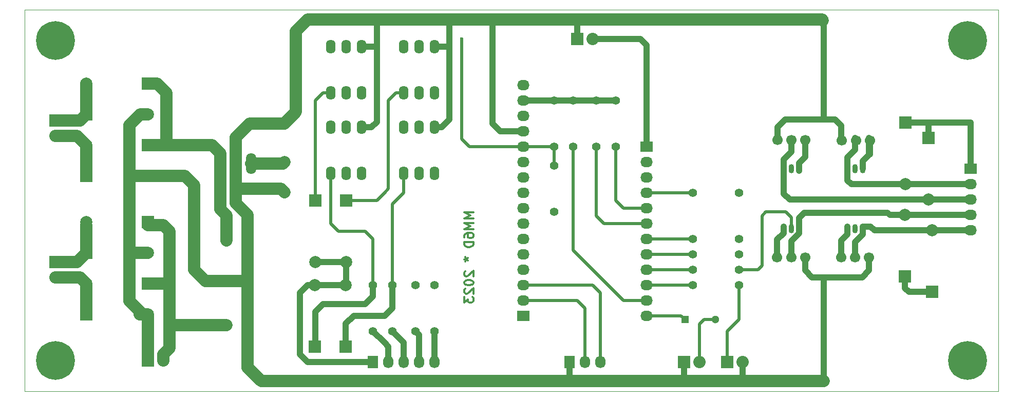
<source format=gbr>
G04 #@! TF.GenerationSoftware,KiCad,Pcbnew,5.1.5+dfsg1-2build2*
G04 #@! TF.CreationDate,2024-04-23T22:36:46+02:00*
G04 #@! TF.ProjectId,mainboard,6d61696e-626f-4617-9264-2e6b69636164,231006*
G04 #@! TF.SameCoordinates,Original*
G04 #@! TF.FileFunction,Copper,L2,Bot*
G04 #@! TF.FilePolarity,Positive*
%FSLAX46Y46*%
G04 Gerber Fmt 4.6, Leading zero omitted, Abs format (unit mm)*
G04 Created by KiCad (PCBNEW 5.1.5+dfsg1-2build2) date 2024-04-23 22:36:46*
%MOMM*%
%LPD*%
G04 APERTURE LIST*
%ADD10C,0.300000*%
%ADD11C,0.100000*%
%ADD12R,1.300000X1.300000*%
%ADD13C,1.300000*%
%ADD14R,2.032000X2.032000*%
%ADD15O,2.032000X2.032000*%
%ADD16C,1.397000*%
%ADD17R,1.727200X2.032000*%
%ADD18O,1.727200X2.032000*%
%ADD19R,2.032000X1.727200*%
%ADD20O,2.032000X1.727200*%
%ADD21C,1.998980*%
%ADD22R,1.998980X1.998980*%
%ADD23O,1.699260X3.500120*%
%ADD24O,1.600000X2.300000*%
%ADD25O,0.899160X1.501140*%
%ADD26C,1.699260*%
%ADD27C,6.400000*%
%ADD28C,0.600000*%
%ADD29C,0.500000*%
%ADD30C,1.000000*%
%ADD31C,2.000000*%
G04 APERTURE END LIST*
D10*
X148760571Y-101319142D02*
X147260571Y-101319142D01*
X148332000Y-101819142D01*
X147260571Y-102319142D01*
X148760571Y-102319142D01*
X148760571Y-103033428D02*
X147260571Y-103033428D01*
X148332000Y-103533428D01*
X147260571Y-104033428D01*
X148760571Y-104033428D01*
X147260571Y-105390571D02*
X147260571Y-105104857D01*
X147332000Y-104962000D01*
X147403428Y-104890571D01*
X147617714Y-104747714D01*
X147903428Y-104676285D01*
X148474857Y-104676285D01*
X148617714Y-104747714D01*
X148689142Y-104819142D01*
X148760571Y-104962000D01*
X148760571Y-105247714D01*
X148689142Y-105390571D01*
X148617714Y-105462000D01*
X148474857Y-105533428D01*
X148117714Y-105533428D01*
X147974857Y-105462000D01*
X147903428Y-105390571D01*
X147832000Y-105247714D01*
X147832000Y-104962000D01*
X147903428Y-104819142D01*
X147974857Y-104747714D01*
X148117714Y-104676285D01*
X148760571Y-106176285D02*
X147260571Y-106176285D01*
X147260571Y-106533428D01*
X147332000Y-106747714D01*
X147474857Y-106890571D01*
X147617714Y-106962000D01*
X147903428Y-107033428D01*
X148117714Y-107033428D01*
X148403428Y-106962000D01*
X148546285Y-106890571D01*
X148689142Y-106747714D01*
X148760571Y-106533428D01*
X148760571Y-106176285D01*
X147260571Y-109033428D02*
X147617714Y-109033428D01*
X147474857Y-108676285D02*
X147617714Y-109033428D01*
X147474857Y-109390571D01*
X147903428Y-108819142D02*
X147617714Y-109033428D01*
X147903428Y-109247714D01*
X147403428Y-111033428D02*
X147332000Y-111104857D01*
X147260571Y-111247714D01*
X147260571Y-111604857D01*
X147332000Y-111747714D01*
X147403428Y-111819142D01*
X147546285Y-111890571D01*
X147689142Y-111890571D01*
X147903428Y-111819142D01*
X148760571Y-110962000D01*
X148760571Y-111890571D01*
X147260571Y-112819142D02*
X147260571Y-112962000D01*
X147332000Y-113104857D01*
X147403428Y-113176285D01*
X147546285Y-113247714D01*
X147832000Y-113319142D01*
X148189142Y-113319142D01*
X148474857Y-113247714D01*
X148617714Y-113176285D01*
X148689142Y-113104857D01*
X148760571Y-112962000D01*
X148760571Y-112819142D01*
X148689142Y-112676285D01*
X148617714Y-112604857D01*
X148474857Y-112533428D01*
X148189142Y-112462000D01*
X147832000Y-112462000D01*
X147546285Y-112533428D01*
X147403428Y-112604857D01*
X147332000Y-112676285D01*
X147260571Y-112819142D01*
X147403428Y-113890571D02*
X147332000Y-113962000D01*
X147260571Y-114104857D01*
X147260571Y-114462000D01*
X147332000Y-114604857D01*
X147403428Y-114676285D01*
X147546285Y-114747714D01*
X147689142Y-114747714D01*
X147903428Y-114676285D01*
X148760571Y-113819142D01*
X148760571Y-114747714D01*
X147260571Y-115247714D02*
X147260571Y-116176285D01*
X147832000Y-115676285D01*
X147832000Y-115890571D01*
X147903428Y-116033428D01*
X147974857Y-116104857D01*
X148117714Y-116176285D01*
X148474857Y-116176285D01*
X148617714Y-116104857D01*
X148689142Y-116033428D01*
X148760571Y-115890571D01*
X148760571Y-115462000D01*
X148689142Y-115319142D01*
X148617714Y-115247714D01*
D11*
X145288000Y-130810000D02*
X187706000Y-130810000D01*
X186690000Y-67818000D02*
X140208000Y-67818000D01*
X74803000Y-67818000D02*
X140335000Y-67818000D01*
X74803000Y-130810000D02*
X74803000Y-67818000D01*
X145415000Y-130810000D02*
X74803000Y-130810000D01*
X235331000Y-130810000D02*
X187579000Y-130810000D01*
X235331000Y-67818000D02*
X235331000Y-130810000D01*
X186563000Y-67818000D02*
X235331000Y-67818000D01*
D12*
X183642000Y-118999000D03*
D13*
X188642000Y-118999000D03*
D14*
X183515000Y-125984000D03*
D15*
X186055000Y-125984000D03*
D14*
X165862000Y-72644000D03*
D15*
X168402000Y-72644000D03*
D14*
X190627000Y-125984000D03*
D15*
X193167000Y-125984000D03*
D16*
X184912000Y-113284000D03*
X192532000Y-113284000D03*
D17*
X164592000Y-125984000D03*
D18*
X167132000Y-125984000D03*
X169672000Y-125984000D03*
D16*
X165227000Y-90424000D03*
X165227000Y-82804000D03*
X172212000Y-90424000D03*
X172212000Y-82804000D03*
X169037000Y-90424000D03*
X169037000Y-82804000D03*
X162052000Y-90424000D03*
X162052000Y-82804000D03*
X162052000Y-101219000D03*
X162052000Y-93599000D03*
D19*
X156972000Y-118364000D03*
D20*
X156972000Y-115824000D03*
X156972000Y-113284000D03*
X156972000Y-110744000D03*
X156972000Y-108204000D03*
X156972000Y-105664000D03*
X156972000Y-103124000D03*
X156972000Y-100584000D03*
X156972000Y-98044000D03*
X156972000Y-95504000D03*
X156972000Y-92964000D03*
X156972000Y-90424000D03*
X156972000Y-87884000D03*
X156972000Y-85344000D03*
X156972000Y-82804000D03*
X156972000Y-80264000D03*
D19*
X177292000Y-90424000D03*
D20*
X177292000Y-92964000D03*
X177292000Y-95504000D03*
X177292000Y-98044000D03*
X177292000Y-100584000D03*
X177292000Y-103124000D03*
X177292000Y-105664000D03*
X177292000Y-108204000D03*
X177292000Y-110744000D03*
X177292000Y-113284000D03*
X177292000Y-115824000D03*
X177292000Y-118364000D03*
D13*
X111577000Y-119888000D03*
D12*
X108077000Y-119888000D03*
D13*
X111577000Y-105918000D03*
D12*
X108077000Y-105918000D03*
X117602000Y-92964000D03*
D13*
X117602000Y-97964000D03*
D21*
X84963000Y-102872540D03*
D22*
X95123000Y-102872540D03*
D21*
X95123000Y-107947460D03*
D22*
X84963000Y-107947460D03*
D21*
X84963000Y-113032540D03*
D22*
X95123000Y-113032540D03*
D21*
X95123000Y-118107460D03*
D22*
X84963000Y-118107460D03*
D21*
X84963000Y-80012540D03*
D22*
X95123000Y-80012540D03*
D21*
X95123000Y-85087460D03*
D22*
X84963000Y-85087460D03*
D21*
X84963000Y-90172540D03*
D22*
X95123000Y-90172540D03*
D21*
X95123000Y-95247460D03*
D22*
X84963000Y-95247460D03*
D14*
X95123000Y-125730000D03*
D15*
X97663000Y-125730000D03*
D14*
X79883000Y-109474000D03*
D15*
X79883000Y-112014000D03*
D14*
X79883000Y-86106000D03*
D15*
X79883000Y-88646000D03*
D23*
X109601000Y-93218000D03*
X107061000Y-93218000D03*
X112141000Y-93218000D03*
D21*
X122679460Y-113284000D03*
D22*
X122679460Y-123444000D03*
D21*
X127759460Y-113284000D03*
D22*
X127759460Y-123444000D03*
D21*
X122684540Y-109474000D03*
D22*
X122684540Y-99314000D03*
D21*
X127764540Y-109474000D03*
D22*
X127764540Y-99314000D03*
D17*
X132207000Y-125984000D03*
D18*
X134747000Y-125984000D03*
X137287000Y-125984000D03*
X139827000Y-125984000D03*
X142367000Y-125984000D03*
D16*
X132207000Y-113284000D03*
X132207000Y-120904000D03*
X135382000Y-113284000D03*
X135382000Y-120904000D03*
X139192000Y-113284000D03*
X139192000Y-120904000D03*
X142367000Y-113284000D03*
X142367000Y-120904000D03*
D24*
X125222000Y-94869000D03*
X127762000Y-94869000D03*
X130302000Y-94869000D03*
X130302000Y-87249000D03*
X127762000Y-87249000D03*
X125222000Y-87249000D03*
X137287000Y-94869000D03*
X139827000Y-94869000D03*
X142367000Y-94869000D03*
X142367000Y-87249000D03*
X139827000Y-87249000D03*
X137287000Y-87249000D03*
X125222000Y-81534000D03*
X127762000Y-81534000D03*
X130302000Y-81534000D03*
X130302000Y-73914000D03*
X127762000Y-73914000D03*
X125222000Y-73914000D03*
X137287000Y-81534000D03*
X139827000Y-81534000D03*
X142367000Y-81534000D03*
X142367000Y-73914000D03*
X139827000Y-73914000D03*
X137287000Y-73914000D03*
D21*
X219966540Y-96647000D03*
D22*
X219966540Y-86487000D03*
D21*
X223776540Y-99187000D03*
D22*
X223776540Y-89027000D03*
D21*
X219961460Y-101727000D03*
D22*
X219961460Y-111887000D03*
D21*
X224406460Y-104267000D03*
D22*
X224406460Y-114427000D03*
D19*
X230759000Y-94107000D03*
D20*
X230759000Y-96647000D03*
X230759000Y-99187000D03*
X230759000Y-101727000D03*
X230759000Y-104267000D03*
D25*
X211709000Y-94107000D03*
X212979000Y-94107000D03*
X210439000Y-94107000D03*
X201231500Y-94107000D03*
X202501500Y-94107000D03*
X199961500Y-94107000D03*
X201168000Y-103949500D03*
X199898000Y-103949500D03*
X202438000Y-103949500D03*
X211709000Y-103949500D03*
X210439000Y-103949500D03*
X212979000Y-103949500D03*
D26*
X211836000Y-89408000D03*
X209544920Y-89408000D03*
X214127080Y-89408000D03*
X201231500Y-89344500D03*
X198940420Y-89344500D03*
X203522580Y-89344500D03*
X201168000Y-108712000D03*
X203459080Y-108712000D03*
X198876920Y-108712000D03*
X211709000Y-108712000D03*
X214000080Y-108712000D03*
X209417920Y-108712000D03*
D16*
X184912000Y-98044000D03*
X192532000Y-98044000D03*
X184912000Y-105664000D03*
X192532000Y-105664000D03*
X184912000Y-110744000D03*
X192532000Y-110744000D03*
X184912000Y-108204000D03*
X192532000Y-108204000D03*
D27*
X230251000Y-72898000D03*
X230251000Y-125730000D03*
X79883000Y-72898000D03*
X79883000Y-125730000D03*
D28*
X146812000Y-72644000D03*
D29*
X177292000Y-118364000D02*
X183007000Y-118364000D01*
X183007000Y-118364000D02*
X183642000Y-118999000D01*
X186055000Y-125984000D02*
X186055000Y-119761000D01*
X186817000Y-118999000D02*
X188642000Y-118999000D01*
X186055000Y-119761000D02*
X186817000Y-118999000D01*
D30*
X142367000Y-73914000D02*
X144780000Y-73914000D01*
X142367000Y-87249000D02*
X143510000Y-87249000D01*
X144780000Y-69596000D02*
X144907000Y-69469000D01*
X144780000Y-85979000D02*
X144780000Y-73914000D01*
X144780000Y-73914000D02*
X144780000Y-69596000D01*
X143510000Y-87249000D02*
X144780000Y-85979000D01*
X130302000Y-73914000D02*
X132842000Y-73914000D01*
X130302000Y-87249000D02*
X131953000Y-87249000D01*
X132842000Y-86360000D02*
X132842000Y-73914000D01*
X132842000Y-73914000D02*
X132842000Y-69469000D01*
X131953000Y-87249000D02*
X132842000Y-86360000D01*
X156972000Y-87884000D02*
X153162000Y-87884000D01*
X151892000Y-86614000D02*
X151892000Y-69469000D01*
X153162000Y-87884000D02*
X151892000Y-86614000D01*
X206502000Y-73025000D02*
X206502000Y-69723000D01*
X206502000Y-69723000D02*
X206248000Y-69469000D01*
D31*
X203581000Y-69469000D02*
X206248000Y-69469000D01*
X206248000Y-69469000D02*
X206375000Y-69596000D01*
D30*
X193167000Y-125984000D02*
X193167000Y-128524000D01*
X193167000Y-128524000D02*
X193802000Y-129159000D01*
X165862000Y-72644000D02*
X165862000Y-69469000D01*
X206502000Y-85979000D02*
X206502000Y-73025000D01*
D31*
X121412000Y-69469000D02*
X120777000Y-70104000D01*
X203581000Y-69469000D02*
X165862000Y-69469000D01*
X165862000Y-69469000D02*
X151892000Y-69469000D01*
X151892000Y-69469000D02*
X144907000Y-69469000D01*
X144907000Y-69469000D02*
X132842000Y-69469000D01*
X132842000Y-69469000D02*
X121412000Y-69469000D01*
X109601000Y-97409000D02*
X117047000Y-97409000D01*
X117047000Y-97409000D02*
X117602000Y-97964000D01*
X109601000Y-93218000D02*
X109601000Y-88900000D01*
X109601000Y-88900000D02*
X111887000Y-86614000D01*
X111887000Y-86614000D02*
X117602000Y-86614000D01*
X117602000Y-86614000D02*
X119507000Y-84709000D01*
X119507000Y-84709000D02*
X119507000Y-71374000D01*
X119507000Y-71374000D02*
X120777000Y-70104000D01*
D30*
X198940420Y-89344500D02*
X198940420Y-87190580D01*
X209417920Y-86989920D02*
X209417920Y-89027000D01*
X208407000Y-85979000D02*
X209417920Y-86989920D01*
X200152000Y-85979000D02*
X206502000Y-85979000D01*
X206502000Y-85979000D02*
X208407000Y-85979000D01*
X198940420Y-87190580D02*
X200152000Y-85979000D01*
X164592000Y-129159000D02*
X164592000Y-125984000D01*
D31*
X165862000Y-129159000D02*
X164592000Y-129159000D01*
X164592000Y-129159000D02*
X149352000Y-129159000D01*
X111577000Y-126944000D02*
X113792000Y-129159000D01*
X113792000Y-129159000D02*
X149352000Y-129159000D01*
X111577000Y-126944000D02*
X111577000Y-119888000D01*
D30*
X183515000Y-125984000D02*
X183515000Y-129159000D01*
D31*
X206502000Y-129159000D02*
X193802000Y-129159000D01*
X193802000Y-129159000D02*
X183515000Y-129159000D01*
X183515000Y-129159000D02*
X165862000Y-129159000D01*
D30*
X206502000Y-112014000D02*
X206502000Y-129159000D01*
X203459080Y-108712000D02*
X203459080Y-110876080D01*
X214000080Y-110865920D02*
X214000080Y-108712000D01*
X212852000Y-112014000D02*
X214000080Y-110865920D01*
X204597000Y-112014000D02*
X206502000Y-112014000D01*
X206502000Y-112014000D02*
X212852000Y-112014000D01*
X203459080Y-110876080D02*
X204597000Y-112014000D01*
D31*
X95123000Y-95247460D02*
X101216460Y-95247460D01*
X104584500Y-112585500D02*
X111513500Y-112585500D01*
X102743000Y-110744000D02*
X104584500Y-112585500D01*
X102743000Y-96774000D02*
X102743000Y-110744000D01*
X101216460Y-95247460D02*
X102743000Y-96774000D01*
X93726000Y-118107460D02*
X93726000Y-117602000D01*
X93726000Y-117602000D02*
X92075000Y-115951000D01*
X92075000Y-87122000D02*
X92075000Y-86868000D01*
X93855540Y-85087460D02*
X95123000Y-85087460D01*
X92075000Y-86868000D02*
X93855540Y-85087460D01*
X111513500Y-119761000D02*
X111513500Y-112585500D01*
X111513500Y-112585500D02*
X111513500Y-105981500D01*
D30*
X111513500Y-105981500D02*
X111577000Y-105918000D01*
D31*
X111577000Y-105918000D02*
X111577000Y-101734500D01*
X109601000Y-99758500D02*
X109601000Y-97409000D01*
X109601000Y-97409000D02*
X109601000Y-93218000D01*
X111577000Y-101734500D02*
X109601000Y-99758500D01*
X93599000Y-95247460D02*
X92075000Y-95247460D01*
X92075000Y-107947460D02*
X92075000Y-99314000D01*
X92075000Y-99314000D02*
X92075000Y-95247460D01*
X92075000Y-95247460D02*
X92075000Y-93218000D01*
X95123000Y-125730000D02*
X95123000Y-118107460D01*
X92075000Y-87122000D02*
X92075000Y-93218000D01*
X93599000Y-95247460D02*
X95123000Y-95247460D01*
X92075000Y-107947460D02*
X95123000Y-107947460D01*
X92075000Y-109474000D02*
X92075000Y-107947460D01*
X92075000Y-109474000D02*
X92075000Y-115951000D01*
X95123000Y-118107460D02*
X93726000Y-118107460D01*
D30*
X168402000Y-72644000D02*
X175260000Y-72644000D01*
X177292000Y-73660000D02*
X177292000Y-90424000D01*
X176276000Y-72644000D02*
X177292000Y-73660000D01*
X175260000Y-72644000D02*
X176276000Y-72644000D01*
D29*
X190627000Y-125984000D02*
X190627000Y-120904000D01*
X192532000Y-118999000D02*
X192532000Y-113284000D01*
X190627000Y-120904000D02*
X192532000Y-118999000D01*
X184912000Y-113284000D02*
X177292000Y-113284000D01*
X167132000Y-125984000D02*
X167132000Y-117094000D01*
X165862000Y-115824000D02*
X156972000Y-115824000D01*
X167132000Y-117094000D02*
X165862000Y-115824000D01*
X156972000Y-113284000D02*
X168402000Y-113284000D01*
X169672000Y-114554000D02*
X169672000Y-125984000D01*
X168402000Y-113284000D02*
X169672000Y-114554000D01*
X165227000Y-90424000D02*
X165227000Y-107569000D01*
X173482000Y-115824000D02*
X177292000Y-115824000D01*
X165227000Y-107569000D02*
X173482000Y-115824000D01*
D30*
X172212000Y-82804000D02*
X169037000Y-82804000D01*
X169037000Y-82804000D02*
X165227000Y-82804000D01*
X165227000Y-82804000D02*
X162052000Y-82804000D01*
X162052000Y-82804000D02*
X156972000Y-82804000D01*
D29*
X172212000Y-90424000D02*
X172212000Y-99314000D01*
X173482000Y-100584000D02*
X177292000Y-100584000D01*
X172212000Y-99314000D02*
X173482000Y-100584000D01*
X169037000Y-90424000D02*
X169037000Y-101854000D01*
X170307000Y-103124000D02*
X177292000Y-103124000D01*
X169037000Y-101854000D02*
X170307000Y-103124000D01*
X146812000Y-72644000D02*
X146812000Y-89154000D01*
X146812000Y-89154000D02*
X148082000Y-90424000D01*
X148082000Y-90424000D02*
X156972000Y-90424000D01*
X156972000Y-90424000D02*
X162052000Y-90424000D01*
X162052000Y-90424000D02*
X162052000Y-93599000D01*
D31*
X98679000Y-119888000D02*
X108077000Y-119888000D01*
D30*
X107950000Y-119824500D02*
X108013500Y-119888000D01*
D31*
X95123000Y-113032540D02*
X98679000Y-113032540D01*
X97663000Y-125730000D02*
X97663000Y-124714000D01*
X97663000Y-124714000D02*
X98679000Y-123698000D01*
X98679000Y-123698000D02*
X98679000Y-119888000D01*
X98679000Y-119888000D02*
X98679000Y-119824500D01*
X98679000Y-119824500D02*
X98679000Y-113032540D01*
X98679000Y-113032540D02*
X98679000Y-104394000D01*
X98679000Y-104394000D02*
X97665540Y-103380540D01*
X97665540Y-103380540D02*
X95123000Y-103380540D01*
D30*
X94612460Y-103380540D02*
X95123000Y-103380540D01*
D31*
X98139250Y-90170000D02*
X105664000Y-90170000D01*
X105664000Y-90170000D02*
X107061000Y-91567000D01*
X107061000Y-91567000D02*
X107061000Y-93218000D01*
X98139250Y-90170000D02*
X95125540Y-90170000D01*
D30*
X95125540Y-90170000D02*
X95123000Y-90172540D01*
D31*
X98139250Y-88677750D02*
X98139250Y-90170000D01*
X108077000Y-105918000D02*
X108077000Y-101790500D01*
X108077000Y-101790500D02*
X107061000Y-100774500D01*
X107061000Y-100774500D02*
X107061000Y-93218000D01*
D30*
X98139250Y-88677750D02*
X98171000Y-88646000D01*
D31*
X96649540Y-80012540D02*
X95123000Y-80012540D01*
X98171000Y-81534000D02*
X96649540Y-80012540D01*
X98171000Y-85090000D02*
X98171000Y-81534000D01*
X98171000Y-88646000D02*
X98171000Y-85090000D01*
X112141000Y-93218000D02*
X117348000Y-93218000D01*
X117348000Y-93218000D02*
X117602000Y-92964000D01*
X84963000Y-103380540D02*
X84963000Y-107947460D01*
X84963000Y-107947460D02*
X83436460Y-109474000D01*
X83436460Y-109474000D02*
X79883000Y-109474000D01*
X84963000Y-113032540D02*
X83944460Y-112014000D01*
X83944460Y-112014000D02*
X79883000Y-112014000D01*
X84963000Y-118107460D02*
X84963000Y-113032540D01*
X84963000Y-85087460D02*
X84963000Y-80012540D01*
X79883000Y-86106000D02*
X83944460Y-86106000D01*
X83944460Y-86106000D02*
X84963000Y-85087460D01*
X79883000Y-88646000D02*
X83436460Y-88646000D01*
X83436460Y-88646000D02*
X84963000Y-90172540D01*
X84963000Y-90172540D02*
X84963000Y-95247460D01*
D30*
X132207000Y-125984000D02*
X121412000Y-125984000D01*
X121412000Y-113284000D02*
X122679460Y-113284000D01*
X120142000Y-114554000D02*
X121412000Y-113284000D01*
X120142000Y-124714000D02*
X120142000Y-114554000D01*
X121412000Y-125984000D02*
X120142000Y-124714000D01*
X122679460Y-113284000D02*
X127759460Y-113284000D01*
X127759460Y-113284000D02*
X127764540Y-113278920D01*
X127764540Y-113278920D02*
X127764540Y-109474000D01*
X127764540Y-109474000D02*
X122684540Y-109474000D01*
D29*
X132207000Y-113284000D02*
X132207000Y-105664000D01*
X132207000Y-105664000D02*
X130937000Y-104394000D01*
X130937000Y-104394000D02*
X126492000Y-104394000D01*
X126492000Y-104394000D02*
X125222000Y-103124000D01*
X125222000Y-103124000D02*
X125222000Y-94869000D01*
D30*
X132207000Y-113284000D02*
X132207000Y-115189000D01*
X122682000Y-117729000D02*
X122682000Y-123441460D01*
X123952000Y-116459000D02*
X122682000Y-117729000D01*
X130937000Y-116459000D02*
X123952000Y-116459000D01*
X132207000Y-115189000D02*
X130937000Y-116459000D01*
X122682000Y-123441460D02*
X122679460Y-123444000D01*
D29*
X135382000Y-113284000D02*
X135382000Y-99949000D01*
X137287000Y-98044000D02*
X137287000Y-94869000D01*
X135382000Y-99949000D02*
X137287000Y-98044000D01*
D30*
X127759460Y-123444000D02*
X127759460Y-119636540D01*
X135382000Y-117094000D02*
X135382000Y-113284000D01*
X134112000Y-118364000D02*
X135382000Y-117094000D01*
X129032000Y-118364000D02*
X134112000Y-118364000D01*
X127759460Y-119636540D02*
X129032000Y-118364000D01*
D29*
X122684540Y-99314000D02*
X122684540Y-82801460D01*
X123952000Y-81534000D02*
X125222000Y-81534000D01*
X122684540Y-82801460D02*
X123952000Y-81534000D01*
X134747000Y-82804000D02*
X136017000Y-81534000D01*
X134747000Y-97409000D02*
X134747000Y-82804000D01*
X134112000Y-98044000D02*
X134747000Y-97409000D01*
X136017000Y-81534000D02*
X137287000Y-81534000D01*
X127764540Y-99314000D02*
X132842000Y-99314000D01*
X132842000Y-99314000D02*
X134112000Y-98044000D01*
D30*
X132207000Y-120904000D02*
X134112000Y-122809000D01*
X134747000Y-123444000D02*
X134747000Y-125984000D01*
X134112000Y-122809000D02*
X134747000Y-123444000D01*
X135382000Y-120904000D02*
X137287000Y-122809000D01*
X137287000Y-122809000D02*
X137287000Y-125984000D01*
X139192000Y-120904000D02*
X139827000Y-121539000D01*
X139827000Y-121539000D02*
X139827000Y-125984000D01*
X142367000Y-120904000D02*
X142367000Y-125984000D01*
X211709000Y-90932000D02*
X211709000Y-89027000D01*
X211074000Y-96647000D02*
X219966540Y-96647000D01*
X210439000Y-96012000D02*
X211074000Y-96647000D01*
X219966540Y-96647000D02*
X230759000Y-96647000D01*
X210439000Y-92202000D02*
X211709000Y-90932000D01*
X210439000Y-95377000D02*
X210439000Y-96012000D01*
X210439000Y-94107000D02*
X210439000Y-92202000D01*
X210439000Y-94107000D02*
X210439000Y-95377000D01*
X224406460Y-114427000D02*
X220599000Y-114427000D01*
X219961460Y-113789460D02*
X219961460Y-111887000D01*
X220599000Y-114427000D02*
X219961460Y-113789460D01*
X223776540Y-89027000D02*
X223776540Y-86487000D01*
X219966540Y-86487000D02*
X223776540Y-86487000D01*
X223776540Y-86487000D02*
X230759000Y-86487000D01*
X230759000Y-86487000D02*
X230759000Y-94107000D01*
X201231500Y-91249500D02*
X201231500Y-89344500D01*
X223776540Y-99187000D02*
X200914000Y-99187000D01*
X200914000Y-99187000D02*
X199961500Y-98234500D01*
X223776540Y-99187000D02*
X230759000Y-99187000D01*
X199961500Y-92519500D02*
X201231500Y-91249500D01*
X199961500Y-94424500D02*
X199961500Y-92519500D01*
X199961500Y-98234500D02*
X199961500Y-94424500D01*
X217424000Y-101727000D02*
X219961460Y-101727000D01*
X217043000Y-101346000D02*
X217424000Y-101727000D01*
X203327000Y-101346000D02*
X217043000Y-101346000D01*
X201168000Y-108712000D02*
X201168000Y-106045000D01*
X201168000Y-106045000D02*
X202438000Y-104775000D01*
X219961460Y-101727000D02*
X230759000Y-101727000D01*
X202438000Y-102235000D02*
X203327000Y-101346000D01*
X202438000Y-103632000D02*
X202438000Y-102235000D01*
X202438000Y-104775000D02*
X202438000Y-103632000D01*
X211709000Y-106172000D02*
X211709000Y-108712000D01*
X224406460Y-104267000D02*
X214884000Y-104267000D01*
X214884000Y-104267000D02*
X214249000Y-103632000D01*
X211709000Y-108077000D02*
X211709000Y-108712000D01*
X230759000Y-104267000D02*
X224406460Y-104267000D01*
X212979000Y-104902000D02*
X211709000Y-106172000D01*
X212979000Y-103632000D02*
X212979000Y-104902000D01*
X214249000Y-103632000D02*
X212979000Y-103632000D01*
D29*
X201168000Y-103632000D02*
X201168000Y-102108000D01*
X195707000Y-110744000D02*
X192532000Y-110744000D01*
X196342000Y-110109000D02*
X195707000Y-110744000D01*
X196342000Y-109474000D02*
X196342000Y-110109000D01*
X196342000Y-101854000D02*
X196342000Y-109474000D01*
X196977000Y-101219000D02*
X196342000Y-101854000D01*
X200279000Y-101219000D02*
X196977000Y-101219000D01*
X201168000Y-102108000D02*
X200279000Y-101219000D01*
X184912000Y-98044000D02*
X177292000Y-98044000D01*
X177292000Y-105664000D02*
X184912000Y-105664000D01*
X184912000Y-110744000D02*
X177292000Y-110744000D01*
X184912000Y-108204000D02*
X177292000Y-108204000D01*
D30*
X212979000Y-94107000D02*
X212979000Y-92837000D01*
X212979000Y-92837000D02*
X214000080Y-91815920D01*
X214127080Y-89408000D02*
X214127080Y-91688920D01*
X214127080Y-91688920D02*
X214000080Y-91815920D01*
X214000080Y-91815920D02*
X214000080Y-89027000D01*
X202501500Y-94424500D02*
X202501500Y-93154500D01*
X202501500Y-93154500D02*
X203522580Y-92133420D01*
X203522580Y-92133420D02*
X203522580Y-89344500D01*
X199898000Y-104775000D02*
X199898000Y-103632000D01*
X198876920Y-105796080D02*
X199898000Y-104775000D01*
X198876920Y-108712000D02*
X198876920Y-105796080D01*
X210439000Y-103632000D02*
X210439000Y-104902000D01*
X210439000Y-104902000D02*
X209417920Y-105923080D01*
X209417920Y-105923080D02*
X209417920Y-108712000D01*
M02*

</source>
